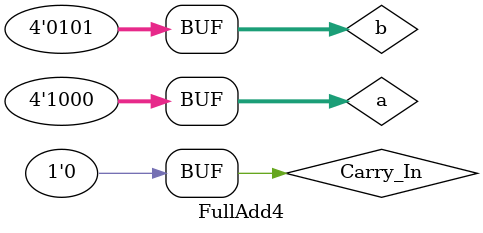
<source format=v>
module FullAdd4();
reg [3:0]a,b;
reg Carry_In;
wire [3:0]Sum;
wire Carry_Out;

  initial
  begin
    a=4'b0000;
    b=4'b0000;
    Carry_In=1'b0;
  end
  initial
  begin
    #500
    a[0]=0;
    a[1]=0;
    a[2]=1;
    a[3]=0;
    b[0]=0;
    b[1]=0;
    b[2]=0;
    b[3]=1;
    Carry_In=0;
    // ?carry in ? ?????
    #500
    a[0]=0;
    a[1]=0;
    a[2]=0;
    a[3]=1;
    b[0]=1;
    b[1]=0;
    b[2]=1;
    b[3]=0;    
    Carry_In=0;    
  end
	FullAdd fa0(a[0],b[0],Carry_In,Sum[0],Carry_Out);
	FullAdd fa1(a[1],b[1],Carry_In,Sum[1],Carry_Out);
	FullAdd fa2(a[2],b[2],Carry_In,Sum[2],Carry_Out);
	FullAdd fa3(a[3],b[3],Carry_In,Sum[3],Carry_Out);
endmodule
</source>
